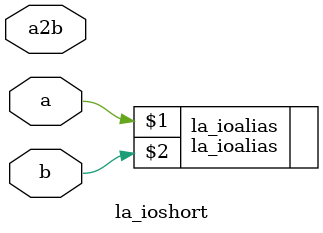
<source format=v>
/**************************************************************************
 * Function: Simulation Friendly IO Alias Module
 * Copyright: Lambda Project Authors. All rights Reserved.
 * License:  MIT (see LICENSE file in Lambda repository)
 *
 * Docs:
 *
 * Instantiates the la_ioalias inout alias module and adds a loop breaking
 * logic for some tools that don's support tran, alias,and port aliasing.
 *
 * WARNING: The port list alias features is in the verilog standard,
 * but not well supported by open source tools. Not recommended for
 * portable designs.
 *
 *************************************************************************/
module la_ioshort (inout a,
                   inout b,
                   input a2b
                   );

`ifdef VERILATOR
   // Using direction to break the loop
   assign a = ~a2b ? b : 1'bz;
   assign b = a2b ? a : 1'bz;
`else
    // verilog_lint: waive-start module-port
   la_ioalias la_ioalias (a,b);
    // verilog_lint: waive-end module-port
`endif

endmodule

</source>
